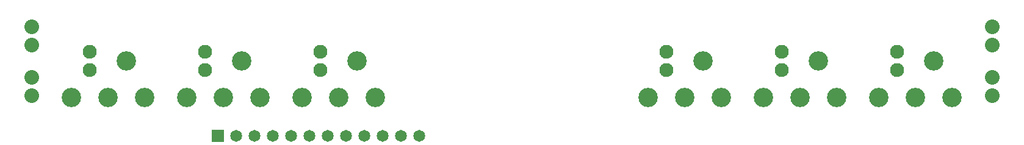
<source format=gts>
G04 Layer_Color=8388736*
%FSLAX25Y25*%
%MOIN*%
G70*
G01*
G75*
%ADD27C,0.08000*%
%ADD28C,0.06506*%
%ADD29R,0.06506X0.06506*%
%ADD30C,0.07600*%
%ADD31C,0.10600*%
%ADD32C,0.00600*%
D27*
X632874Y164449D02*
D03*
Y154449D02*
D03*
Y126890D02*
D03*
Y136890D02*
D03*
X108268Y164449D02*
D03*
Y154449D02*
D03*
Y126890D02*
D03*
Y136890D02*
D03*
D28*
X320000Y105000D02*
D03*
X310000D02*
D03*
X300000D02*
D03*
X290000D02*
D03*
X280000D02*
D03*
X270000D02*
D03*
X260000D02*
D03*
X250000D02*
D03*
X240000D02*
D03*
X230000D02*
D03*
X220000D02*
D03*
D29*
X210000D02*
D03*
D30*
X139921Y140984D02*
D03*
Y150984D02*
D03*
X202913Y140984D02*
D03*
Y150984D02*
D03*
X265905Y140984D02*
D03*
Y150984D02*
D03*
X454882Y140984D02*
D03*
Y150984D02*
D03*
X517874Y140984D02*
D03*
Y150984D02*
D03*
X580866Y140984D02*
D03*
Y150984D02*
D03*
D31*
X159921Y145984D02*
D03*
X169921Y125984D02*
D03*
X149921D02*
D03*
X129921D02*
D03*
X222913Y145984D02*
D03*
X232913Y125984D02*
D03*
X212913D02*
D03*
X192913D02*
D03*
X285906Y145984D02*
D03*
X295905Y125984D02*
D03*
X275905D02*
D03*
X255906D02*
D03*
X474882Y145984D02*
D03*
X484882Y125984D02*
D03*
X464882D02*
D03*
X444882D02*
D03*
X537874Y145984D02*
D03*
X547874Y125984D02*
D03*
X527874D02*
D03*
X507874D02*
D03*
X600866Y145984D02*
D03*
X610866Y125984D02*
D03*
X590866D02*
D03*
X570866D02*
D03*
D32*
X421260Y142717D02*
D03*
X318898D02*
D03*
X631890Y177165D02*
D03*
Y110236D02*
D03*
X110236D02*
D03*
Y177165D02*
D03*
M02*

</source>
